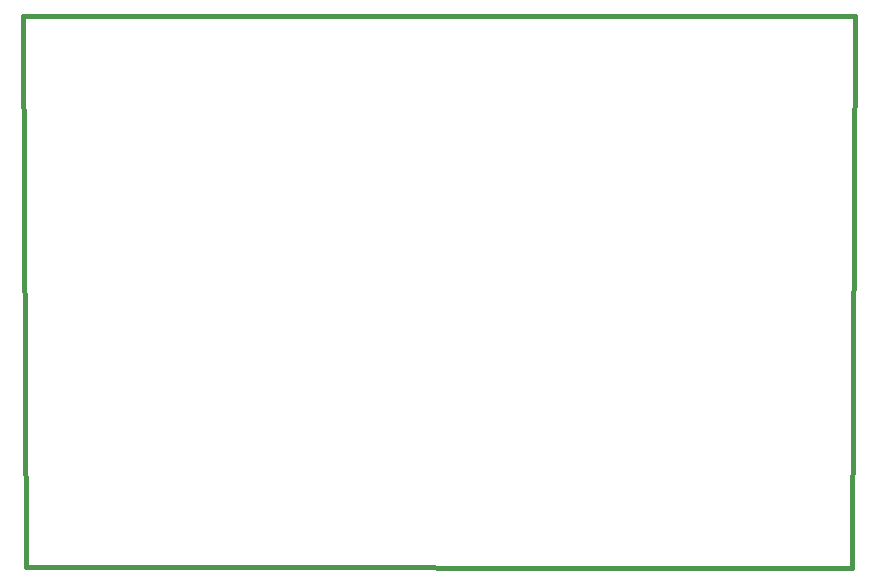
<source format=gbr>
%TF.GenerationSoftware,KiCad,Pcbnew,(5.1.6)-1*%
%TF.CreationDate,2020-07-27T17:31:05+02:00*%
%TF.ProjectId,16_buttons_keypad_board,31365f62-7574-4746-9f6e-735f6b657970,rev?*%
%TF.SameCoordinates,Original*%
%TF.FileFunction,Profile,NP*%
%FSLAX46Y46*%
G04 Gerber Fmt 4.6, Leading zero omitted, Abs format (unit mm)*
G04 Created by KiCad (PCBNEW (5.1.6)-1) date 2020-07-27 17:31:05*
%MOMM*%
%LPD*%
G01*
G04 APERTURE LIST*
%TA.AperFunction,Profile*%
%ADD10C,0.400000*%
%TD*%
%TA.AperFunction,Profile*%
%ADD11C,0.100000*%
%TD*%
G04 APERTURE END LIST*
D10*
X182800000Y-64000000D02*
X182575000Y-110675000D01*
X112400000Y-64025000D02*
X182800000Y-64000000D01*
X112625000Y-110700000D02*
X112400000Y-64025000D01*
X182575000Y-110725000D02*
X112625000Y-110700000D01*
D11*
X182575000Y-110675000D02*
X182575000Y-110725000D01*
M02*

</source>
